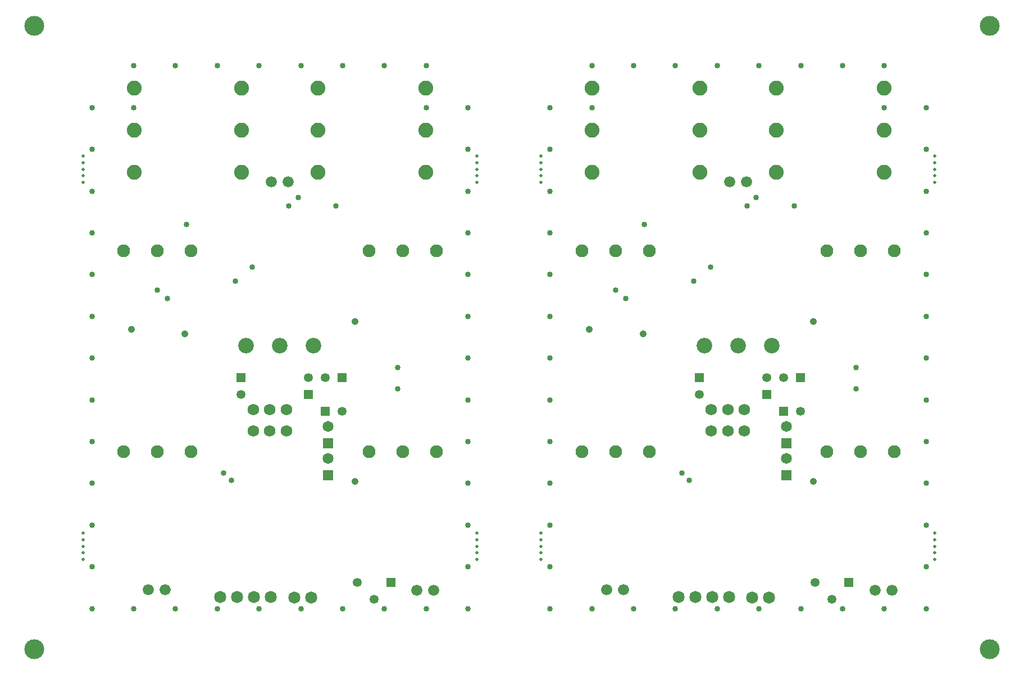
<source format=gbs>
G04*
G04 #@! TF.GenerationSoftware,Altium Limited,Altium Designer,19.1.6 (110)*
G04*
G04 Layer_Color=16711935*
%FSLAX25Y25*%
%MOIN*%
G70*
G01*
G75*
%ADD10C,0.11811*%
%ADD33C,0.01968*%
%ADD79C,0.06591*%
%ADD80C,0.06890*%
%ADD81R,0.05315X0.05315*%
%ADD82C,0.05315*%
%ADD83C,0.07678*%
%ADD84C,0.09252*%
%ADD85C,0.07191*%
%ADD86R,0.05315X0.05315*%
%ADD87R,0.06497X0.06497*%
%ADD88C,0.06497*%
%ADD89C,0.08859*%
%ADD90C,0.03347*%
%ADD91C,0.04091*%
D10*
X11811Y11811D02*
D03*
X578740D02*
D03*
Y381890D02*
D03*
X11811Y381890D02*
D03*
D33*
X312598Y304724D02*
D03*
Y300787D02*
D03*
Y296850D02*
D03*
Y288976D02*
D03*
Y292913D02*
D03*
Y68898D02*
D03*
Y64961D02*
D03*
Y72835D02*
D03*
Y76772D02*
D03*
Y80709D02*
D03*
X546063Y292913D02*
D03*
Y288976D02*
D03*
Y296850D02*
D03*
Y300787D02*
D03*
Y304724D02*
D03*
X546161Y68898D02*
D03*
Y64961D02*
D03*
Y72835D02*
D03*
Y76772D02*
D03*
Y80709D02*
D03*
X274311D02*
D03*
Y76772D02*
D03*
Y72835D02*
D03*
Y64961D02*
D03*
Y68898D02*
D03*
Y304725D02*
D03*
Y300788D02*
D03*
Y296850D02*
D03*
Y288976D02*
D03*
Y292913D02*
D03*
X40748Y80709D02*
D03*
Y76772D02*
D03*
Y72835D02*
D03*
Y64961D02*
D03*
Y68898D02*
D03*
X40748Y292913D02*
D03*
Y288976D02*
D03*
Y296850D02*
D03*
Y300788D02*
D03*
Y304725D02*
D03*
D79*
X162549Y289350D02*
D03*
X152549D02*
D03*
X89584Y47024D02*
D03*
X79584D02*
D03*
X248869Y46729D02*
D03*
X238869D02*
D03*
X434419Y289350D02*
D03*
X424419D02*
D03*
X361454Y47024D02*
D03*
X351454D02*
D03*
X520739Y46729D02*
D03*
X510739D02*
D03*
D80*
X151525Y153917D02*
D03*
X161368D02*
D03*
X141683D02*
D03*
Y141319D02*
D03*
X161368D02*
D03*
X151525D02*
D03*
X423395Y153917D02*
D03*
X433238D02*
D03*
X413553D02*
D03*
Y141319D02*
D03*
X433238D02*
D03*
X423395D02*
D03*
D81*
X174454Y162890D02*
D03*
X134454Y172890D02*
D03*
X223379Y51257D02*
D03*
X446324Y162890D02*
D03*
X406324Y172890D02*
D03*
X495249Y51257D02*
D03*
D82*
X134454Y162890D02*
D03*
X174454Y172890D02*
D03*
X184572D02*
D03*
X213379Y41257D02*
D03*
X203379Y51257D02*
D03*
X194572Y152890D02*
D03*
X406324Y162890D02*
D03*
X446324Y172890D02*
D03*
X456442D02*
D03*
X485249Y41257D02*
D03*
X475249Y51257D02*
D03*
X466442Y152890D02*
D03*
D83*
X250289Y248496D02*
D03*
X230289D02*
D03*
X210289D02*
D03*
X250289Y128996D02*
D03*
X230289D02*
D03*
X210289D02*
D03*
X104815D02*
D03*
X84814D02*
D03*
X64814D02*
D03*
X104815Y248522D02*
D03*
X84814D02*
D03*
X64814D02*
D03*
X522159Y248496D02*
D03*
X502159D02*
D03*
X482159D02*
D03*
X522159Y128996D02*
D03*
X502159D02*
D03*
X482159D02*
D03*
X376684D02*
D03*
X356684D02*
D03*
X336684D02*
D03*
X376684Y248522D02*
D03*
X356684D02*
D03*
X336684D02*
D03*
D84*
X137489Y191996D02*
D03*
X157489D02*
D03*
X177489D02*
D03*
X409359D02*
D03*
X429359D02*
D03*
X449359D02*
D03*
D85*
X175982Y42497D02*
D03*
X165982D02*
D03*
X132183Y42595D02*
D03*
X122183D02*
D03*
X142183D02*
D03*
X152183D02*
D03*
X447852Y42497D02*
D03*
X437852D02*
D03*
X404053Y42595D02*
D03*
X394053D02*
D03*
X414053D02*
D03*
X424053D02*
D03*
D86*
X184572Y152890D02*
D03*
X194572Y172890D02*
D03*
X456442Y152890D02*
D03*
X466442Y172890D02*
D03*
D87*
X186171Y133858D02*
D03*
Y114961D02*
D03*
X458041Y133858D02*
D03*
Y114961D02*
D03*
D88*
X186171Y143858D02*
D03*
Y124961D02*
D03*
X458041Y143858D02*
D03*
Y124961D02*
D03*
D89*
X180202Y320096D02*
D03*
X244100D02*
D03*
X180202Y345096D02*
D03*
X244100D02*
D03*
X180202Y295096D02*
D03*
X244100D02*
D03*
X70976Y320096D02*
D03*
X134874D02*
D03*
X70976Y345096D02*
D03*
X134874D02*
D03*
X70976Y295096D02*
D03*
X134874D02*
D03*
X452072Y320096D02*
D03*
X515971D02*
D03*
X452072Y345096D02*
D03*
X515971D02*
D03*
X452072Y295096D02*
D03*
X515971D02*
D03*
X342846Y320096D02*
D03*
X406744D02*
D03*
X342846Y345096D02*
D03*
X406744D02*
D03*
X342846Y295096D02*
D03*
X406744D02*
D03*
D90*
X145189Y35796D02*
D03*
X128691Y112185D02*
D03*
X124163Y116417D02*
D03*
X227411Y166417D02*
D03*
Y179114D02*
D03*
X45989Y60596D02*
D03*
X269189Y258996D02*
D03*
X45989D02*
D03*
X194789Y358196D02*
D03*
X269189Y234196D02*
D03*
X244389Y358196D02*
D03*
X70789Y35796D02*
D03*
X269189Y283796D02*
D03*
X45989Y234196D02*
D03*
X120389Y35796D02*
D03*
X269189Y308596D02*
D03*
Y35796D02*
D03*
X70789Y333396D02*
D03*
X244389Y35796D02*
D03*
X45989Y308596D02*
D03*
Y110196D02*
D03*
Y184596D02*
D03*
Y159796D02*
D03*
X269189D02*
D03*
X219589Y358196D02*
D03*
X169989D02*
D03*
X269189Y333396D02*
D03*
X120389Y358196D02*
D03*
X70789D02*
D03*
X45989Y209396D02*
D03*
Y35796D02*
D03*
X269189Y134996D02*
D03*
X45989Y333396D02*
D03*
X194789Y35796D02*
D03*
X269189Y60596D02*
D03*
X145189Y358196D02*
D03*
X269189Y184596D02*
D03*
X219589Y35796D02*
D03*
X244389Y333396D02*
D03*
X169989Y35796D02*
D03*
X45989Y134996D02*
D03*
Y283796D02*
D03*
X269189Y110196D02*
D03*
Y209396D02*
D03*
Y85396D02*
D03*
X95589Y35796D02*
D03*
X45989Y85396D02*
D03*
X95589Y358196D02*
D03*
X190895Y275035D02*
D03*
X162844D02*
D03*
X168356Y280068D02*
D03*
X131096Y230252D02*
D03*
X141188Y238757D02*
D03*
X102017Y264104D02*
D03*
X90895Y219976D02*
D03*
X84793Y224976D02*
D03*
X417059Y35796D02*
D03*
X400561Y112185D02*
D03*
X396033Y116417D02*
D03*
X499281Y166417D02*
D03*
Y179114D02*
D03*
X317859Y60596D02*
D03*
X541059Y258996D02*
D03*
X317859D02*
D03*
X466659Y358196D02*
D03*
X541059Y234196D02*
D03*
X516259Y358196D02*
D03*
X342659Y35796D02*
D03*
X541059Y283796D02*
D03*
X317859Y234196D02*
D03*
X392259Y35796D02*
D03*
X541059Y308596D02*
D03*
Y35796D02*
D03*
X342659Y333396D02*
D03*
X516259Y35796D02*
D03*
X317859Y308596D02*
D03*
Y110196D02*
D03*
Y184596D02*
D03*
Y159796D02*
D03*
X541059D02*
D03*
X491459Y358196D02*
D03*
X441859D02*
D03*
X541059Y333396D02*
D03*
X392259Y358196D02*
D03*
X342659D02*
D03*
X317859Y209396D02*
D03*
Y35796D02*
D03*
X541059Y134996D02*
D03*
X317859Y333396D02*
D03*
X466659Y35796D02*
D03*
X541059Y60596D02*
D03*
X417059Y358196D02*
D03*
X541059Y184596D02*
D03*
X491459Y35796D02*
D03*
X516259Y333396D02*
D03*
X441859Y35796D02*
D03*
X317859Y134996D02*
D03*
Y283796D02*
D03*
X541059Y110196D02*
D03*
Y209396D02*
D03*
Y85396D02*
D03*
X367459Y35796D02*
D03*
X317859Y85396D02*
D03*
X367459Y358196D02*
D03*
X462765Y275035D02*
D03*
X434714D02*
D03*
X440226Y280068D02*
D03*
X402966Y230252D02*
D03*
X413058Y238757D02*
D03*
X373887Y264104D02*
D03*
X362765Y219976D02*
D03*
X356663Y224976D02*
D03*
D91*
X202214Y111201D02*
D03*
X202116Y206378D02*
D03*
X69340Y201654D02*
D03*
X101131Y199095D02*
D03*
X474084Y111201D02*
D03*
X473986Y206378D02*
D03*
X341210Y201654D02*
D03*
X373002Y199095D02*
D03*
M02*

</source>
